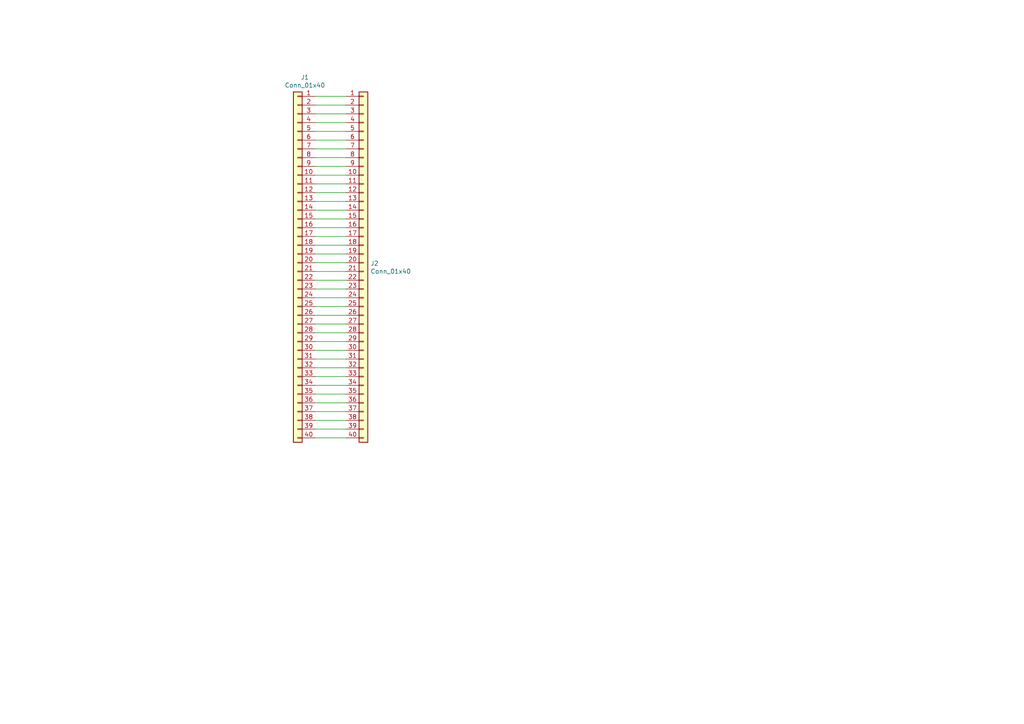
<source format=kicad_sch>
(kicad_sch (version 20211123) (generator eeschema)
  (paper "A4")
  (title_block (title "IDC 40 Breakout") (date "2021-08-04") (rev "1"))
  (lib_symbols
    (symbol "Connector_Generic:Conn_01x40" (pin_names (offset 1.016) hide)
      (property "Reference" "J" (at 0 50.8 0))
      (property "Value" "Conn_01x40" (at 0 -53.34 0))
      (symbol "Conn_01x40_1_1"
        (rectangle (start -1.27 -50.673) (end 0 -50.927) (stroke (width 0.1524)))
        (rectangle (start -1.27 -48.133) (end 0 -48.387) (stroke (width 0.1524)))
        (rectangle (start -1.27 -45.593) (end 0 -45.847) (stroke (width 0.1524)))
        (rectangle (start -1.27 -43.053) (end 0 -43.307) (stroke (width 0.1524)))
        (rectangle (start -1.27 -40.513) (end 0 -40.767) (stroke (width 0.1524)))
        (rectangle (start -1.27 -37.973) (end 0 -38.227) (stroke (width 0.1524)))
        (rectangle (start -1.27 -35.433) (end 0 -35.687) (stroke (width 0.1524)))
        (rectangle (start -1.27 -32.893) (end 0 -33.147) (stroke (width 0.1524)))
        (rectangle (start -1.27 -30.353) (end 0 -30.607) (stroke (width 0.1524)))
        (rectangle (start -1.27 -27.813) (end 0 -28.067) (stroke (width 0.1524)))
        (rectangle (start -1.27 -25.273) (end 0 -25.527) (stroke (width 0.1524)))
        (rectangle (start -1.27 -22.733) (end 0 -22.987) (stroke (width 0.1524)))
        (rectangle (start -1.27 -20.193) (end 0 -20.447) (stroke (width 0.1524)))
        (rectangle (start -1.27 -17.653) (end 0 -17.907) (stroke (width 0.1524)))
        (rectangle (start -1.27 -15.113) (end 0 -15.367) (stroke (width 0.1524)))
        (rectangle (start -1.27 -12.573) (end 0 -12.827) (stroke (width 0.1524)))
        (rectangle (start -1.27 -10.033) (end 0 -10.287) (stroke (width 0.1524)))
        (rectangle (start -1.27 -7.493) (end 0 -7.747) (stroke (width 0.1524)))
        (rectangle (start -1.27 -4.953) (end 0 -5.207) (stroke (width 0.1524)))
        (rectangle (start -1.27 -2.413) (end 0 -2.667) (stroke (width 0.1524)))
        (rectangle (start -1.27 0.127) (end 0 -0.127) (stroke (width 0.1524)))
        (rectangle (start -1.27 2.667) (end 0 2.413) (stroke (width 0.1524)))
        (rectangle (start -1.27 5.207) (end 0 4.953) (stroke (width 0.1524)))
        (rectangle (start -1.27 7.747) (end 0 7.493) (stroke (width 0.1524)))
        (rectangle (start -1.27 10.287) (end 0 10.033) (stroke (width 0.1524)))
        (rectangle (start -1.27 12.827) (end 0 12.573) (stroke (width 0.1524)))
        (rectangle (start -1.27 15.367) (end 0 15.113) (stroke (width 0.1524)))
        (rectangle (start -1.27 17.907) (end 0 17.653) (stroke (width 0.1524)))
        (rectangle (start -1.27 20.447) (end 0 20.193) (stroke (width 0.1524)))
        (rectangle (start -1.27 22.987) (end 0 22.733) (stroke (width 0.1524)))
        (rectangle (start -1.27 25.527) (end 0 25.273) (stroke (width 0.1524)))
        (rectangle (start -1.27 28.067) (end 0 27.813) (stroke (width 0.1524)))
        (rectangle (start -1.27 30.607) (end 0 30.353) (stroke (width 0.1524)))
        (rectangle (start -1.27 33.147) (end 0 32.893) (stroke (width 0.1524)))
        (rectangle (start -1.27 35.687) (end 0 35.433) (stroke (width 0.1524)))
        (rectangle (start -1.27 38.227) (end 0 37.973) (stroke (width 0.1524)))
        (rectangle (start -1.27 40.767) (end 0 40.513) (stroke (width 0.1524)))
        (rectangle (start -1.27 43.307) (end 0 43.053) (stroke (width 0.1524)))
        (rectangle (start -1.27 45.847) (end 0 45.593) (stroke (width 0.1524)))
        (rectangle (start -1.27 48.387) (end 0 48.133) (stroke (width 0.1524)))
        (rectangle (start -1.27 49.53) (end 1.27 -52.07) (stroke (width 0.254)) (fill (type background)))
        (pin passive line (at -5.08 48.26 0) (length 3.81) (name "Pin_1") (number "1"))
        (pin passive line (at -5.08 25.4 0) (length 3.81) (name "Pin_10") (number "10"))
        (pin passive line (at -5.08 22.86 0) (length 3.81) (name "Pin_11") (number "11"))
        (pin passive line (at -5.08 20.32 0) (length 3.81) (name "Pin_12") (number "12"))
        (pin passive line (at -5.08 17.78 0) (length 3.81) (name "Pin_13") (number "13"))
        (pin passive line (at -5.08 15.24 0) (length 3.81) (name "Pin_14") (number "14"))
        (pin passive line (at -5.08 12.7 0) (length 3.81) (name "Pin_15") (number "15"))
        (pin passive line (at -5.08 10.16 0) (length 3.81) (name "Pin_16") (number "16"))
        (pin passive line (at -5.08 7.62 0) (length 3.81) (name "Pin_17") (number "17"))
        (pin passive line (at -5.08 5.08 0) (length 3.81) (name "Pin_18") (number "18"))
        (pin passive line (at -5.08 2.54 0) (length 3.81) (name "Pin_19") (number "19"))
        (pin passive line (at -5.08 45.72 0) (length 3.81) (name "Pin_2") (number "2"))
        (pin passive line (at -5.08 0 0) (length 3.81) (name "Pin_20") (number "20"))
        (pin passive line (at -5.08 -2.54 0) (length 3.81) (name "Pin_21") (number "21"))
        (pin passive line (at -5.08 -5.08 0) (length 3.81) (name "Pin_22") (number "22"))
        (pin passive line (at -5.08 -7.62 0) (length 3.81) (name "Pin_23") (number "23"))
        (pin passive line (at -5.08 -10.16 0) (length 3.81) (name "Pin_24") (number "24"))
        (pin passive line (at -5.08 -12.7 0) (length 3.81) (name "Pin_25") (number "25"))
        (pin passive line (at -5.08 -15.24 0) (length 3.81) (name "Pin_26") (number "26"))
        (pin passive line (at -5.08 -17.78 0) (length 3.81) (name "Pin_27") (number "27"))
        (pin passive line (at -5.08 -20.32 0) (length 3.81) (name "Pin_28") (number "28"))
        (pin passive line (at -5.08 -22.86 0) (length 3.81) (name "Pin_29") (number "29"))
        (pin passive line (at -5.08 43.18 0) (length 3.81) (name "Pin_3") (number "3"))
        (pin passive line (at -5.08 -25.4 0) (length 3.81) (name "Pin_30") (number "30"))
        (pin passive line (at -5.08 -27.94 0) (length 3.81) (name "Pin_31") (number "31"))
        (pin passive line (at -5.08 -30.48 0) (length 3.81) (name "Pin_32") (number "32"))
        (pin passive line (at -5.08 -33.02 0) (length 3.81) (name "Pin_33") (number "33"))
        (pin passive line (at -5.08 -35.56 0) (length 3.81) (name "Pin_34") (number "34"))
        (pin passive line (at -5.08 -38.1 0) (length 3.81) (name "Pin_35") (number "35"))
        (pin passive line (at -5.08 -40.64 0) (length 3.81) (name "Pin_36") (number "36"))
        (pin passive line (at -5.08 -43.18 0) (length 3.81) (name "Pin_37") (number "37"))
        (pin passive line (at -5.08 -45.72 0) (length 3.81) (name "Pin_38") (number "38"))
        (pin passive line (at -5.08 -48.26 0) (length 3.81) (name "Pin_39") (number "39"))
        (pin passive line (at -5.08 40.64 0) (length 3.81) (name "Pin_4") (number "4"))
        (pin passive line (at -5.08 -50.8 0) (length 3.81) (name "Pin_40") (number "40"))
        (pin passive line (at -5.08 38.1 0) (length 3.81) (name "Pin_5") (number "5"))
        (pin passive line (at -5.08 35.56 0) (length 3.81) (name "Pin_6") (number "6"))
        (pin passive line (at -5.08 33.02 0) (length 3.81) (name "Pin_7") (number "7"))
        (pin passive line (at -5.08 30.48 0) (length 3.81) (name "Pin_8") (number "8"))
        (pin passive line (at -5.08 27.94 0) (length 3.81) (name "Pin_9") (number "9"))
      )
    )
  )
  (wire (pts (xy 91.44 43.18) (xy 100.33 43.18)))
  (wire (pts (xy 100.33 40.64) (xy 91.44 40.64)))
  (wire (pts (xy 100.33 30.48) (xy 91.44 30.48)))
  (wire (pts (xy 100.33 35.56) (xy 91.44 35.56)))
  (wire (pts (xy 91.44 88.9) (xy 100.33 88.9)))
  (wire (pts (xy 100.33 127) (xy 91.44 127)))
  (wire (pts (xy 91.44 119.38) (xy 100.33 119.38)))
  (wire (pts (xy 100.33 111.76) (xy 91.44 111.76)))
  (wire (pts (xy 91.44 53.34) (xy 100.33 53.34)))
  (wire (pts (xy 91.44 68.58) (xy 100.33 68.58)))
  (wire (pts (xy 91.44 114.3) (xy 100.33 114.3)))
  (wire (pts (xy 100.33 116.84) (xy 91.44 116.84)))
  (wire (pts (xy 91.44 38.1) (xy 100.33 38.1)))
  (wire (pts (xy 91.44 58.42) (xy 100.33 58.42)))
  (wire (pts (xy 91.44 109.22) (xy 100.33 109.22)))
  (wire (pts (xy 100.33 86.36) (xy 91.44 86.36)))
  (wire (pts (xy 100.33 121.92) (xy 91.44 121.92)))
  (wire (pts (xy 91.44 33.02) (xy 100.33 33.02)))
  (wire (pts (xy 100.33 96.52) (xy 91.44 96.52)))
  (wire (pts (xy 91.44 48.26) (xy 100.33 48.26)))
  (wire (pts (xy 100.33 66.04) (xy 91.44 66.04)))
  (wire (pts (xy 100.33 81.28) (xy 91.44 81.28)))
  (wire (pts (xy 100.33 106.68) (xy 91.44 106.68)))
  (wire (pts (xy 100.33 60.96) (xy 91.44 60.96)))
  (wire (pts (xy 100.33 101.6) (xy 91.44 101.6)))
  (wire (pts (xy 100.33 91.44) (xy 91.44 91.44)))
  (wire (pts (xy 100.33 50.8) (xy 91.44 50.8)))
  (wire (pts (xy 100.33 55.88) (xy 91.44 55.88)))
  (wire (pts (xy 91.44 99.06) (xy 100.33 99.06)))
  (wire (pts (xy 91.44 27.94) (xy 100.33 27.94)))
  (wire (pts (xy 91.44 93.98) (xy 100.33 93.98)))
  (wire (pts (xy 91.44 83.82) (xy 100.33 83.82)))
  (wire (pts (xy 100.33 76.2) (xy 91.44 76.2)))
  (wire (pts (xy 91.44 78.74) (xy 100.33 78.74)))
  (wire (pts (xy 100.33 71.12) (xy 91.44 71.12)))
  (wire (pts (xy 91.44 124.46) (xy 100.33 124.46)))
  (wire (pts (xy 100.33 45.72) (xy 91.44 45.72)))
  (wire (pts (xy 91.44 73.66) (xy 100.33 73.66)))
  (wire (pts (xy 91.44 104.14) (xy 100.33 104.14)))
  (wire (pts (xy 91.44 63.5) (xy 100.33 63.5)))
  (symbol (lib_id "Connector_Generic:Conn_01x40") (at 105.41 76.2 0) (unit 1)
    (property "Reference" "J2" (at 107.442 76.4032 0) (effects (justify left)))
    (property "Value" "Conn_01x40" (at 107.442 78.7146 0) (effects (justify left)))
    (property "Footprint" "Connector_IDC:IDC-Header_2x20_P2.54mm_Vertical" (effects hide))
  )
  (symbol (lib_id "Connector_Generic:Conn_01x40") (at 86.36 76.2 0) (mirror y) (unit 1)
    (property "Reference" "J1" (at 88.4428 22.4282 0))
    (property "Value" "Conn_01x40" (at 88.4428 24.7396 0))
    (property "Footprint" "Connector_PinSocket_2.54mm:PinSocket_1x40_P2.54mm_Vertical" (effects hide))
  )
)
</source>
